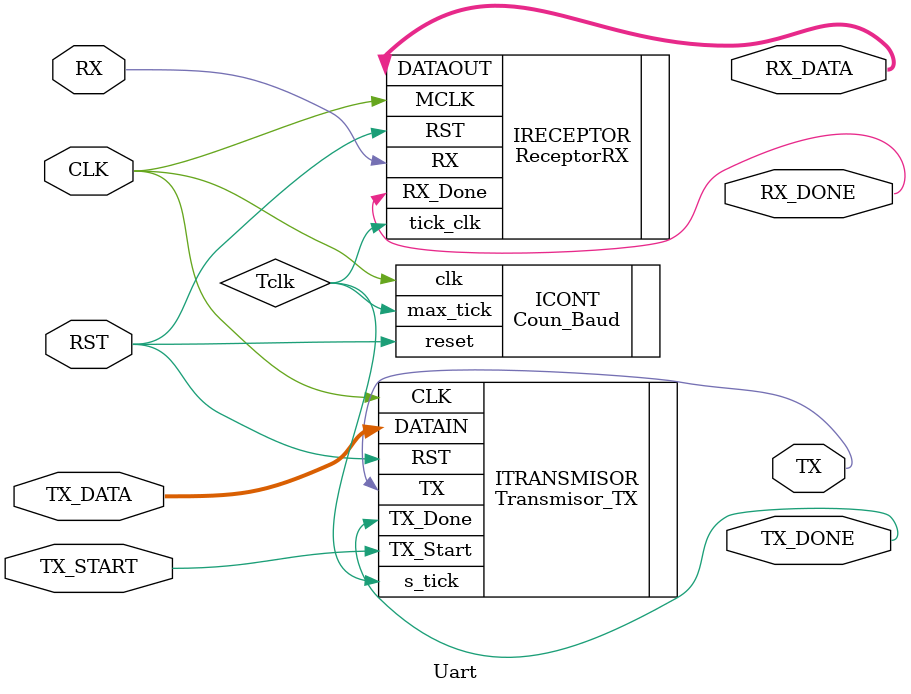
<source format=v>
`timescale 1ns / 1ps
module Uart( input RST,CLK,RX,TX_START,
				 input[7:0] TX_DATA,
				 output [7:0] RX_DATA,
				 output RX_DONE,TX,TX_DONE);
 //WIRES
	wire Tclk;										//salida del contador

//Contador	 
	Coun_Baud ICONT(.clk(CLK), .reset(RST), .max_tick(Tclk));
//Receptor RX
ReceptorRX IRECEPTOR (.MCLK(CLK), .RST(RST), .tick_clk(Tclk), .RX(RX), .DATAOUT(RX_DATA), .RX_Done(RX_DONE));
//Transmisor TX
Transmisor_TX ITRANSMISOR(.RST(RST), .CLK(CLK), .TX_Start(TX_START), .DATAIN(TX_DATA), .s_tick(Tclk), .TX(TX), 
.TX_Done(TX_DONE));

endmodule

</source>
